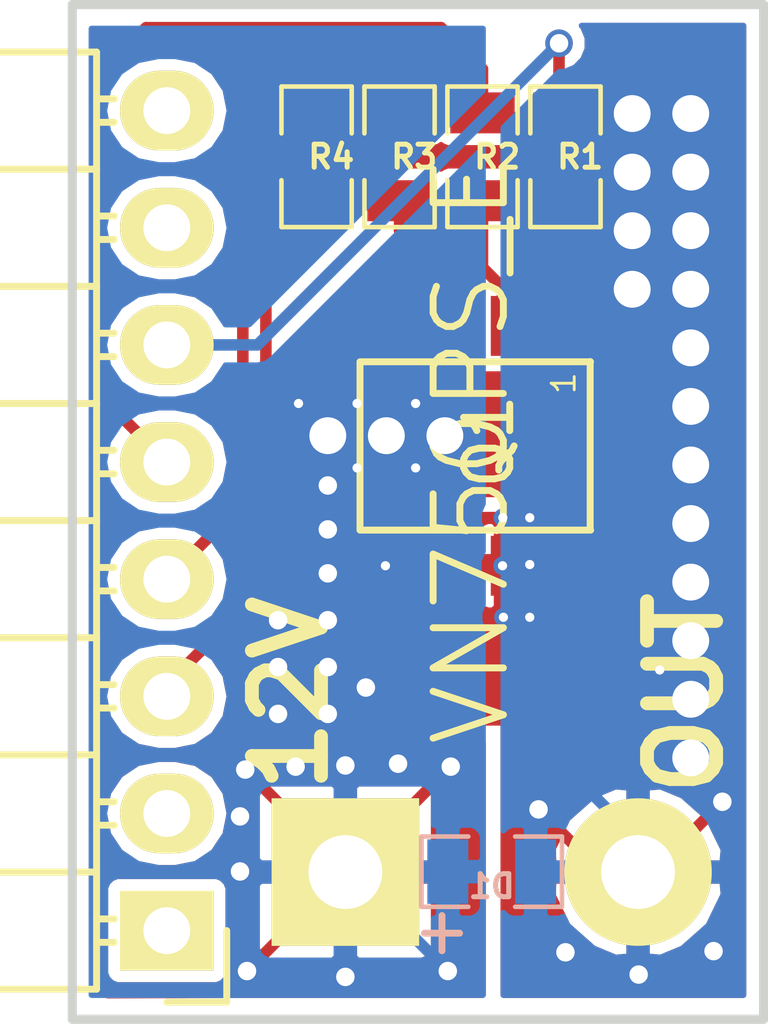
<source format=kicad_pcb>
(kicad_pcb (version 3) (host pcbnew "(2013-07-07 BZR 4022)-stable")

  (general
    (links 14)
    (no_connects 0)
    (area 143.615999 99.899999 170.890439 131.180111)
    (thickness 1.6)
    (drawings 6)
    (tracks 201)
    (zones 0)
    (modules 8)
    (nets 10)
  )

  (page A4)
  (layers
    (15 F.Cu signal hide)
    (2 In2.Cu signal)
    (1 In1.Cu signal)
    (0 B.Cu signal)
    (16 B.Adhes user)
    (17 F.Adhes user)
    (18 B.Paste user)
    (19 F.Paste user)
    (20 B.SilkS user)
    (21 F.SilkS user)
    (22 B.Mask user)
    (23 F.Mask user)
    (24 Dwgs.User user)
    (25 Cmts.User user)
    (26 Eco1.User user)
    (27 Eco2.User user)
    (28 Edge.Cuts user)
  )

  (setup
    (last_trace_width 0.25)
    (user_trace_width 0.3125)
    (user_trace_width 0.375)
    (user_trace_width 0.4375)
    (user_trace_width 0.5625)
    (user_trace_width 0.625)
    (user_trace_width 0.6875)
    (user_trace_width 0.75)
    (user_trace_width 0.8125)
    (user_trace_width 0.875)
    (user_trace_width 0.9375)
    (user_trace_width 1)
    (user_trace_width 1.6)
    (trace_clearance 0.2)
    (zone_clearance 0.254)
    (zone_45_only no)
    (trace_min 0.2)
    (segment_width 0.2)
    (edge_width 0.2)
    (via_size 0.6)
    (via_drill 0.4)
    (via_min_size 0.4)
    (via_min_drill 0.3)
    (user_via 0.4 0.2)
    (user_via 0.6 0.4)
    (user_via 0.8 0.6)
    (user_via 1 0.8)
    (uvia_size 0.3)
    (uvia_drill 0.1)
    (uvias_allowed no)
    (uvia_min_size 0.2)
    (uvia_min_drill 0.1)
    (pcb_text_width 0.3)
    (pcb_text_size 1.5 1.5)
    (mod_edge_width 0.15)
    (mod_text_size 1 1)
    (mod_text_width 0.15)
    (pad_size 1.5 1.5)
    (pad_drill 0.6)
    (pad_to_mask_clearance 0)
    (aux_axis_origin 0 0)
    (visible_elements 7FFFFFFF)
    (pcbplotparams
      (layerselection 3178497)
      (usegerberextensions true)
      (excludeedgelayer true)
      (linewidth 0.100000)
      (plotframeref false)
      (viasonmask false)
      (mode 1)
      (useauxorigin false)
      (hpglpennumber 1)
      (hpglpenspeed 20)
      (hpglpendiameter 15)
      (hpglpenoverlay 2)
      (psnegative false)
      (psa4output false)
      (plotreference true)
      (plotvalue true)
      (plotothertext true)
      (plotinvisibletext false)
      (padsonsilk true)
      (subtractmaskfromsilk false)
      (outputformat 1)
      (mirror false)
      (drillshape 0)
      (scaleselection 1)
      (outputdirectory Gerbers/))
  )

  (net 0 "")
  (net 1 +12V)
  (net 2 +5V)
  (net 3 GND)
  (net 4 "Net-(D1-Pad2)")
  (net 5 "Net-(P1-Pad4)")
  (net 6 "Net-(P1-Pad5)")
  (net 7 "Net-(Q1-Pad1)")
  (net 8 "Net-(Q1-Pad2)")
  (net 9 "Net-(Q1-Pad3)")

  (net_class Default "This is the default net class."
    (clearance 0.2)
    (trace_width 0.25)
    (via_dia 0.6)
    (via_drill 0.4)
    (uvia_dia 0.3)
    (uvia_drill 0.1)
    (add_net "")
    (add_net +12V)
    (add_net +5V)
    (add_net GND)
    (add_net "Net-(D1-Pad2)")
    (add_net "Net-(P1-Pad4)")
    (add_net "Net-(P1-Pad5)")
    (add_net "Net-(Q1-Pad1)")
    (add_net "Net-(Q1-Pad2)")
    (add_net "Net-(Q1-Pad3)")
  )

  (module VN750PS_E_Vertical:VN750PS-E (layer F.Cu) (tedit 55A9404C) (tstamp 55A7DC0D)
    (at 160.655 109.6645 270)
    (path /55A7C4D6)
    (fp_text reference Q1 (at -0.1905 -0.381 270) (layer F.SilkS)
      (effects (font (size 1 1) (thickness 0.15)))
    )
    (fp_text value VN750PS_E (at 0 0 270) (layer F.SilkS)
      (effects (font (size 1.524 1.524) (thickness 0.15)))
    )
    (fp_text user 1 (at -1.45542 -2.0066 270) (layer F.SilkS)
      (effects (font (size 0.5 0.5) (thickness 0.0625)))
    )
    (fp_line (start -1.92532 -2.58064) (end 1.72468 -2.58064) (layer F.SilkS) (width 0.15))
    (fp_line (start 1.72974 -2.5908) (end 1.72974 2.4092) (layer F.SilkS) (width 0.15))
    (fp_line (start -1.92024 2.413) (end 1.72976 2.413) (layer F.SilkS) (width 0.15))
    (fp_line (start -1.92024 -2.58826) (end -1.92024 2.41174) (layer F.SilkS) (width 0.15))
    (pad 1 smd rect (at -2.69772 -1.9491 180) (size 0.51 1.3)
      (layers F.Cu F.Paste F.Mask)
      (net 7 "Net-(Q1-Pad1)")
    )
    (pad 2 smd rect (at -2.69772 -0.6791 180) (size 0.51 1.3)
      (layers F.Cu F.Paste F.Mask)
      (net 8 "Net-(Q1-Pad2)")
    )
    (pad 3 smd rect (at -2.69772 0.5909 180) (size 0.51 1.3)
      (layers F.Cu F.Paste F.Mask)
      (net 9 "Net-(Q1-Pad3)")
    )
    (pad 4 smd rect (at -2.69772 1.8609 180) (size 0.51 1.3)
      (layers F.Cu F.Paste F.Mask)
    )
    (pad 5 smd rect (at 2.50228 1.8609 180) (size 0.51 1.3)
      (layers F.Cu F.Paste F.Mask)
      (net 1 +12V)
    )
    (pad 6 smd rect (at 2.50228 0.5909 180) (size 0.51 1.3)
      (layers F.Cu F.Paste F.Mask)
      (net 4 "Net-(D1-Pad2)")
    )
    (pad 7 smd rect (at 2.50228 -0.6791 180) (size 0.51 1.3)
      (layers F.Cu F.Paste F.Mask)
      (net 4 "Net-(D1-Pad2)")
    )
    (pad 8 smd rect (at 2.50228 -1.9491 180) (size 0.51 1.3)
      (layers F.Cu F.Paste F.Mask)
      (net 1 +12V)
    )
  )

  (module Pin_Headers:Pin_Header_Angled_1x08 (layer F.Cu) (tedit 568D4FBC) (tstamp 55A7E328)
    (at 154.051 120.0785 180)
    (descr "Through hole pin header")
    (tags "pin header")
    (path /55A7E2A2)
    (fp_text reference P1 (at 1.891 -10.7415 180) (layer F.SilkS) hide
      (effects (font (size 1 1) (thickness 0.15)))
    )
    (fp_text value CONN_01X08 (at 21.271 8.0985 180) (layer F.SilkS)
      (effects (font (size 1.524 1.524) (thickness 0.15)))
    )
    (fp_line (start -1.3 -1.55) (end -1.3 0) (layer F.SilkS) (width 0.15))
    (fp_line (start 0 -1.55) (end -1.3 -1.55) (layer F.SilkS) (width 0.15))
    (fp_line (start 4.191 -0.127) (end 10.033 -0.127) (layer F.SilkS) (width 0.15))
    (fp_line (start 10.033 -0.127) (end 10.033 0.127) (layer F.SilkS) (width 0.15))
    (fp_line (start 10.033 0.127) (end 4.191 0.127) (layer F.SilkS) (width 0.15))
    (fp_line (start 4.191 0.127) (end 4.191 0) (layer F.SilkS) (width 0.15))
    (fp_line (start 4.191 0) (end 10.033 0) (layer F.SilkS) (width 0.15))
    (fp_line (start 1.524 17.526) (end 1.143 17.526) (layer F.SilkS) (width 0.15))
    (fp_line (start 1.524 18.034) (end 1.143 18.034) (layer F.SilkS) (width 0.15))
    (fp_line (start 1.524 -0.254) (end 1.143 -0.254) (layer F.SilkS) (width 0.15))
    (fp_line (start 1.524 0.254) (end 1.143 0.254) (layer F.SilkS) (width 0.15))
    (fp_line (start 1.524 2.286) (end 1.143 2.286) (layer F.SilkS) (width 0.15))
    (fp_line (start 1.524 2.794) (end 1.143 2.794) (layer F.SilkS) (width 0.15))
    (fp_line (start 1.524 4.826) (end 1.143 4.826) (layer F.SilkS) (width 0.15))
    (fp_line (start 1.524 5.334) (end 1.143 5.334) (layer F.SilkS) (width 0.15))
    (fp_line (start 1.524 15.494) (end 1.143 15.494) (layer F.SilkS) (width 0.15))
    (fp_line (start 1.524 14.986) (end 1.143 14.986) (layer F.SilkS) (width 0.15))
    (fp_line (start 1.524 12.954) (end 1.143 12.954) (layer F.SilkS) (width 0.15))
    (fp_line (start 1.524 12.446) (end 1.143 12.446) (layer F.SilkS) (width 0.15))
    (fp_line (start 1.524 10.414) (end 1.143 10.414) (layer F.SilkS) (width 0.15))
    (fp_line (start 1.524 9.906) (end 1.143 9.906) (layer F.SilkS) (width 0.15))
    (fp_line (start 1.524 7.874) (end 1.143 7.874) (layer F.SilkS) (width 0.15))
    (fp_line (start 1.524 7.366) (end 1.143 7.366) (layer F.SilkS) (width 0.15))
    (fp_line (start 1.524 13.97) (end 4.064 13.97) (layer F.SilkS) (width 0.15))
    (fp_line (start 1.524 13.97) (end 1.524 16.51) (layer F.SilkS) (width 0.15))
    (fp_line (start 1.524 16.51) (end 4.064 16.51) (layer F.SilkS) (width 0.15))
    (fp_line (start 4.064 14.986) (end 10.16 14.986) (layer F.SilkS) (width 0.15))
    (fp_line (start 10.16 14.986) (end 10.16 15.494) (layer F.SilkS) (width 0.15))
    (fp_line (start 10.16 15.494) (end 4.064 15.494) (layer F.SilkS) (width 0.15))
    (fp_line (start 4.064 16.51) (end 4.064 13.97) (layer F.SilkS) (width 0.15))
    (fp_line (start 4.064 19.05) (end 4.064 16.51) (layer F.SilkS) (width 0.15))
    (fp_line (start 10.16 18.034) (end 4.064 18.034) (layer F.SilkS) (width 0.15))
    (fp_line (start 10.16 17.526) (end 10.16 18.034) (layer F.SilkS) (width 0.15))
    (fp_line (start 4.064 17.526) (end 10.16 17.526) (layer F.SilkS) (width 0.15))
    (fp_line (start 1.524 16.51) (end 1.524 19.05) (layer F.SilkS) (width 0.15))
    (fp_line (start 1.524 16.51) (end 4.064 16.51) (layer F.SilkS) (width 0.15))
    (fp_line (start 1.524 19.05) (end 4.064 19.05) (layer F.SilkS) (width 0.15))
    (fp_line (start 1.524 -1.27) (end 4.064 -1.27) (layer F.SilkS) (width 0.15))
    (fp_line (start 1.524 1.27) (end 4.064 1.27) (layer F.SilkS) (width 0.15))
    (fp_line (start 1.524 1.27) (end 1.524 3.81) (layer F.SilkS) (width 0.15))
    (fp_line (start 1.524 3.81) (end 4.064 3.81) (layer F.SilkS) (width 0.15))
    (fp_line (start 4.064 2.286) (end 10.16 2.286) (layer F.SilkS) (width 0.15))
    (fp_line (start 10.16 2.286) (end 10.16 2.794) (layer F.SilkS) (width 0.15))
    (fp_line (start 10.16 2.794) (end 4.064 2.794) (layer F.SilkS) (width 0.15))
    (fp_line (start 4.064 3.81) (end 4.064 1.27) (layer F.SilkS) (width 0.15))
    (fp_line (start 4.064 1.27) (end 4.064 -1.27) (layer F.SilkS) (width 0.15))
    (fp_line (start 10.16 0.254) (end 4.064 0.254) (layer F.SilkS) (width 0.15))
    (fp_line (start 10.16 -0.254) (end 10.16 0.254) (layer F.SilkS) (width 0.15))
    (fp_line (start 4.064 -0.254) (end 10.16 -0.254) (layer F.SilkS) (width 0.15))
    (fp_line (start 1.524 1.27) (end 4.064 1.27) (layer F.SilkS) (width 0.15))
    (fp_line (start 1.524 -1.27) (end 1.524 1.27) (layer F.SilkS) (width 0.15))
    (fp_line (start 1.524 8.89) (end 4.064 8.89) (layer F.SilkS) (width 0.15))
    (fp_line (start 1.524 8.89) (end 1.524 11.43) (layer F.SilkS) (width 0.15))
    (fp_line (start 1.524 11.43) (end 4.064 11.43) (layer F.SilkS) (width 0.15))
    (fp_line (start 4.064 9.906) (end 10.16 9.906) (layer F.SilkS) (width 0.15))
    (fp_line (start 10.16 9.906) (end 10.16 10.414) (layer F.SilkS) (width 0.15))
    (fp_line (start 10.16 10.414) (end 4.064 10.414) (layer F.SilkS) (width 0.15))
    (fp_line (start 4.064 11.43) (end 4.064 8.89) (layer F.SilkS) (width 0.15))
    (fp_line (start 4.064 13.97) (end 4.064 11.43) (layer F.SilkS) (width 0.15))
    (fp_line (start 10.16 12.954) (end 4.064 12.954) (layer F.SilkS) (width 0.15))
    (fp_line (start 10.16 12.446) (end 10.16 12.954) (layer F.SilkS) (width 0.15))
    (fp_line (start 4.064 12.446) (end 10.16 12.446) (layer F.SilkS) (width 0.15))
    (fp_line (start 1.524 13.97) (end 4.064 13.97) (layer F.SilkS) (width 0.15))
    (fp_line (start 1.524 11.43) (end 1.524 13.97) (layer F.SilkS) (width 0.15))
    (fp_line (start 1.524 11.43) (end 4.064 11.43) (layer F.SilkS) (width 0.15))
    (fp_line (start 1.524 6.35) (end 4.064 6.35) (layer F.SilkS) (width 0.15))
    (fp_line (start 1.524 6.35) (end 1.524 8.89) (layer F.SilkS) (width 0.15))
    (fp_line (start 1.524 8.89) (end 4.064 8.89) (layer F.SilkS) (width 0.15))
    (fp_line (start 4.064 7.366) (end 10.16 7.366) (layer F.SilkS) (width 0.15))
    (fp_line (start 10.16 7.366) (end 10.16 7.874) (layer F.SilkS) (width 0.15))
    (fp_line (start 10.16 7.874) (end 4.064 7.874) (layer F.SilkS) (width 0.15))
    (fp_line (start 4.064 8.89) (end 4.064 6.35) (layer F.SilkS) (width 0.15))
    (fp_line (start 4.064 6.35) (end 4.064 3.81) (layer F.SilkS) (width 0.15))
    (fp_line (start 10.16 5.334) (end 4.064 5.334) (layer F.SilkS) (width 0.15))
    (fp_line (start 10.16 4.826) (end 10.16 5.334) (layer F.SilkS) (width 0.15))
    (fp_line (start 4.064 4.826) (end 10.16 4.826) (layer F.SilkS) (width 0.15))
    (fp_line (start 1.524 6.35) (end 4.064 6.35) (layer F.SilkS) (width 0.15))
    (fp_line (start 1.524 3.81) (end 1.524 6.35) (layer F.SilkS) (width 0.15))
    (fp_line (start 1.524 3.81) (end 4.064 3.81) (layer F.SilkS) (width 0.15))
    (pad 1 thru_hole rect (at 0 0 180) (size 2.032 1.7272) (drill 1.016)
      (layers *.Cu *.Mask F.SilkS)
    )
    (pad 2 thru_hole oval (at 0 2.54 180) (size 2.032 1.7272) (drill 1.016)
      (layers *.Cu *.Mask F.SilkS)
    )
    (pad 3 thru_hole oval (at 0 5.08 180) (size 2.032 1.7272) (drill 1.016)
      (layers *.Cu *.Mask F.SilkS)
      (net 2 +5V)
    )
    (pad 4 thru_hole oval (at 0 7.62 180) (size 2.032 1.7272) (drill 1.016)
      (layers *.Cu *.Mask F.SilkS)
      (net 5 "Net-(P1-Pad4)")
    )
    (pad 5 thru_hole oval (at 0 10.16 180) (size 2.032 1.7272) (drill 1.016)
      (layers *.Cu *.Mask F.SilkS)
      (net 6 "Net-(P1-Pad5)")
    )
    (pad 6 thru_hole oval (at 0 12.7 180) (size 2.032 1.7272) (drill 1.016)
      (layers *.Cu *.Mask F.SilkS)
      (net 3 GND)
    )
    (pad 7 thru_hole oval (at 0 15.24 180) (size 2.032 1.7272) (drill 1.016)
      (layers *.Cu *.Mask F.SilkS)
    )
    (pad 8 thru_hole oval (at 0 17.78 180) (size 2.032 1.7272) (drill 1.016)
      (layers *.Cu *.Mask F.SilkS)
    )
    (model Pin_Headers.3dshapes/Pin_Header_Angled_1x08.wrl
      (at (xyz 0 -0.35 0))
      (scale (xyz 1 1 1))
      (rotate (xyz 0 0 90))
    )
  )

  (module VN750PS_E_Vertical:Pin_Header_Straight_25x02 (layer F.Cu) (tedit 568D4FC1) (tstamp 55A9325D)
    (at 157.9245 118.8085 90)
    (descr "Through hole pin header")
    (tags "pin header")
    (path /55A7CFB7)
    (fp_text reference P2 (at -11.8415 -3.1945 180) (layer F.SilkS) hide
      (effects (font (size 1 1) (thickness 0.15)))
    )
    (fp_text value CONN_01X02 (at -7.6115 -21.4545 90) (layer F.SilkS)
      (effects (font (size 1.524 1.524) (thickness 0.15)))
    )
    (pad 1 thru_hole rect (at 0 0 90) (size 3.2 3.2) (drill 1.6)
      (layers *.Cu *.Mask F.SilkS)
      (net 1 +12V)
    )
    (pad 2 thru_hole oval (at 0 6.35 90) (size 3.2 3.2) (drill 1.6)
      (layers *.Cu *.Mask F.SilkS)
      (net 4 "Net-(D1-Pad2)")
    )
    (model Pin_Headers.3dshapes/Pin_Header_Straight_1x02.wrl
      (at (xyz 0 -0.05 0))
      (scale (xyz 1 1 1))
      (rotate (xyz 0 0 90))
    )
  )

  (module RES_0805 (layer F.Cu) (tedit 568D403F) (tstamp 568D4578)
    (at 162.7 103.3 270)
    (path /55A7C95A)
    (attr smd)
    (fp_text reference R1 (at 0 -0.3175 360) (layer F.SilkS)
      (effects (font (size 0.50038 0.50038) (thickness 0.10922)))
    )
    (fp_text value 130 (at 0 0.381 270) (layer F.SilkS) hide
      (effects (font (size 0.50038 0.50038) (thickness 0.10922)))
    )
    (fp_line (start -0.508 0.762) (end -1.524 0.762) (layer F.SilkS) (width 0.09906))
    (fp_line (start -1.524 0.762) (end -1.524 -0.762) (layer F.SilkS) (width 0.09906))
    (fp_line (start -1.524 -0.762) (end -0.508 -0.762) (layer F.SilkS) (width 0.09906))
    (fp_line (start 0.508 -0.762) (end 1.524 -0.762) (layer F.SilkS) (width 0.09906))
    (fp_line (start 1.524 -0.762) (end 1.524 0.762) (layer F.SilkS) (width 0.09906))
    (fp_line (start 1.524 0.762) (end 0.508 0.762) (layer F.SilkS) (width 0.09906))
    (pad 1 smd rect (at -0.9525 0 270) (size 0.889 1.397)
      (layers F.Cu F.Paste F.Mask)
      (net 3 GND)
    )
    (pad 2 smd rect (at 0.9525 0 270) (size 0.889 1.397)
      (layers F.Cu F.Paste F.Mask)
      (net 7 "Net-(Q1-Pad1)")
    )
    (model smd/chip_cms.wrl
      (at (xyz 0 0 0))
      (scale (xyz 0.1 0.1 0.1))
      (rotate (xyz 0 0 0))
    )
  )

  (module RES_0805 (layer F.Cu) (tedit 568D403F) (tstamp 568D4584)
    (at 160.9 103.3 270)
    (path /55A7C9E2)
    (attr smd)
    (fp_text reference R2 (at 0 -0.3175 360) (layer F.SilkS)
      (effects (font (size 0.50038 0.50038) (thickness 0.10922)))
    )
    (fp_text value 10k (at 0 0.381 270) (layer F.SilkS) hide
      (effects (font (size 0.50038 0.50038) (thickness 0.10922)))
    )
    (fp_line (start -0.508 0.762) (end -1.524 0.762) (layer F.SilkS) (width 0.09906))
    (fp_line (start -1.524 0.762) (end -1.524 -0.762) (layer F.SilkS) (width 0.09906))
    (fp_line (start -1.524 -0.762) (end -0.508 -0.762) (layer F.SilkS) (width 0.09906))
    (fp_line (start 0.508 -0.762) (end 1.524 -0.762) (layer F.SilkS) (width 0.09906))
    (fp_line (start 1.524 -0.762) (end 1.524 0.762) (layer F.SilkS) (width 0.09906))
    (fp_line (start 1.524 0.762) (end 0.508 0.762) (layer F.SilkS) (width 0.09906))
    (pad 1 smd rect (at -0.9525 0 270) (size 0.889 1.397)
      (layers F.Cu F.Paste F.Mask)
      (net 6 "Net-(P1-Pad5)")
    )
    (pad 2 smd rect (at 0.9525 0 270) (size 0.889 1.397)
      (layers F.Cu F.Paste F.Mask)
      (net 8 "Net-(Q1-Pad2)")
    )
    (model smd/chip_cms.wrl
      (at (xyz 0 0 0))
      (scale (xyz 0.1 0.1 0.1))
      (rotate (xyz 0 0 0))
    )
  )

  (module RES_0805 (layer F.Cu) (tedit 568D403F) (tstamp 568D4B45)
    (at 159.1 103.3 270)
    (path /55A7CA15)
    (attr smd)
    (fp_text reference R3 (at 0 -0.3175 360) (layer F.SilkS)
      (effects (font (size 0.50038 0.50038) (thickness 0.10922)))
    )
    (fp_text value 10k (at 0 0.381 270) (layer F.SilkS) hide
      (effects (font (size 0.50038 0.50038) (thickness 0.10922)))
    )
    (fp_line (start -0.508 0.762) (end -1.524 0.762) (layer F.SilkS) (width 0.09906))
    (fp_line (start -1.524 0.762) (end -1.524 -0.762) (layer F.SilkS) (width 0.09906))
    (fp_line (start -1.524 -0.762) (end -0.508 -0.762) (layer F.SilkS) (width 0.09906))
    (fp_line (start 0.508 -0.762) (end 1.524 -0.762) (layer F.SilkS) (width 0.09906))
    (fp_line (start 1.524 -0.762) (end 1.524 0.762) (layer F.SilkS) (width 0.09906))
    (fp_line (start 1.524 0.762) (end 0.508 0.762) (layer F.SilkS) (width 0.09906))
    (pad 1 smd rect (at -0.9525 0 270) (size 0.889 1.397)
      (layers F.Cu F.Paste F.Mask)
      (net 5 "Net-(P1-Pad4)")
    )
    (pad 2 smd rect (at 0.9525 0 270) (size 0.889 1.397)
      (layers F.Cu F.Paste F.Mask)
      (net 9 "Net-(Q1-Pad3)")
    )
    (model smd/chip_cms.wrl
      (at (xyz 0 0 0))
      (scale (xyz 0.1 0.1 0.1))
      (rotate (xyz 0 0 0))
    )
  )

  (module RES_0805 (layer F.Cu) (tedit 568D403F) (tstamp 568D4B52)
    (at 157.3 103.3 270)
    (path /55A7CA70)
    (attr smd)
    (fp_text reference R4 (at 0 -0.3175 360) (layer F.SilkS)
      (effects (font (size 0.50038 0.50038) (thickness 0.10922)))
    )
    (fp_text value 10k (at 0 0.381 270) (layer F.SilkS) hide
      (effects (font (size 0.50038 0.50038) (thickness 0.10922)))
    )
    (fp_line (start -0.508 0.762) (end -1.524 0.762) (layer F.SilkS) (width 0.09906))
    (fp_line (start -1.524 0.762) (end -1.524 -0.762) (layer F.SilkS) (width 0.09906))
    (fp_line (start -1.524 -0.762) (end -0.508 -0.762) (layer F.SilkS) (width 0.09906))
    (fp_line (start 0.508 -0.762) (end 1.524 -0.762) (layer F.SilkS) (width 0.09906))
    (fp_line (start 1.524 -0.762) (end 1.524 0.762) (layer F.SilkS) (width 0.09906))
    (fp_line (start 1.524 0.762) (end 0.508 0.762) (layer F.SilkS) (width 0.09906))
    (pad 1 smd rect (at -0.9525 0 270) (size 0.889 1.397)
      (layers F.Cu F.Paste F.Mask)
      (net 2 +5V)
    )
    (pad 2 smd rect (at 0.9525 0 270) (size 0.889 1.397)
      (layers F.Cu F.Paste F.Mask)
      (net 9 "Net-(Q1-Pad3)")
    )
    (model smd/chip_cms.wrl
      (at (xyz 0 0 0))
      (scale (xyz 0.1 0.1 0.1))
      (rotate (xyz 0 0 0))
    )
  )

  (module SM0805-diode (layer B.Cu) (tedit 5388888B) (tstamp 568D45CC)
    (at 161.1 118.8)
    (path /55A7C862)
    (attr smd)
    (fp_text reference D1 (at 0 0.3175) (layer B.SilkS)
      (effects (font (size 0.50038 0.50038) (thickness 0.10922)) (justify mirror))
    )
    (fp_text value D (at 0 -0.381) (layer B.SilkS) hide
      (effects (font (size 0.50038 0.50038) (thickness 0.10922)) (justify mirror))
    )
    (fp_line (start -1.4605 1.3335) (end -0.6985 1.3335) (layer B.SilkS) (width 0.15))
    (fp_line (start -1.0795 0.9525) (end -1.0795 1.7145) (layer B.SilkS) (width 0.15))
    (fp_line (start -0.508 -0.762) (end -1.524 -0.762) (layer B.SilkS) (width 0.09906))
    (fp_line (start -1.524 -0.762) (end -1.524 0.762) (layer B.SilkS) (width 0.09906))
    (fp_line (start -1.524 0.762) (end -0.508 0.762) (layer B.SilkS) (width 0.09906))
    (fp_line (start 0.508 0.762) (end 1.524 0.762) (layer B.SilkS) (width 0.09906))
    (fp_line (start 1.524 0.762) (end 1.524 -0.762) (layer B.SilkS) (width 0.09906))
    (fp_line (start 1.524 -0.762) (end 0.508 -0.762) (layer B.SilkS) (width 0.09906))
    (pad 1 smd rect (at -0.9525 0) (size 0.889 1.397)
      (layers B.Cu B.Paste B.Mask)
      (net 1 +12V)
    )
    (pad 2 smd rect (at 0.9525 0) (size 0.889 1.397)
      (layers B.Cu B.Paste B.Mask)
      (net 4 "Net-(D1-Pad2)")
    )
    (model smd/chip_cms.wrl
      (at (xyz 0 0 0))
      (scale (xyz 0.1 0.1 0.1))
      (rotate (xyz 0 0 0))
    )
  )

  (gr_text OUT (at 165.2905 114.935 90) (layer F.SilkS)
    (effects (font (size 1.5 1.5) (thickness 0.3)))
  )
  (gr_text 12V (at 156.718 114.935 90) (layer F.SilkS)
    (effects (font (size 1.5 1.5) (thickness 0.3)))
  )
  (gr_line (start 167 122) (end 167 100) (angle 90) (layer Edge.Cuts) (width 0.2) (tstamp 55A7DF94))
  (gr_line (start 152 122) (end 167 122) (angle 90) (layer Edge.Cuts) (width 0.2) (tstamp 55A7DF71))
  (gr_line (start 152 100) (end 167 100) (angle 90) (layer Edge.Cuts) (width 0.2))
  (gr_line (start 152 122) (end 152 100) (angle 90) (layer Edge.Cuts) (width 0.2))

  (segment (start 162.6235 116.1415) (end 162.2425 116.1415) (width 0.25) (layer F.Cu) (net 0))
  (segment (start 162.2425 116.1415) (end 161.798 116.586) (width 0.25) (layer F.Cu) (net 0) (tstamp 55A94DDB))
  (segment (start 162.6235 114.78932) (end 163.84868 114.78932) (width 0.25) (layer F.Cu) (net 0))
  (segment (start 163.84868 114.78932) (end 163.8935 114.7445) (width 0.25) (layer F.Cu) (net 0) (tstamp 55A94D9A))
  (segment (start 162.6235 114.78932) (end 162.6235 114.808) (width 0.25) (layer F.Cu) (net 0) (tstamp 55A94C2F))
  (segment (start 162.6235 114.808) (end 162.6235 113.8809) (width 0.25) (layer F.Cu) (net 0))
  (segment (start 162.6235 113.8809) (end 162.6362 113.8682) (width 0.25) (layer F.Cu) (net 0) (tstamp 55A949C4))
  (segment (start 160.1475 118.8) (end 157.933 118.8) (width 0.25) (layer B.Cu) (net 1))
  (segment (start 157.933 118.8) (end 157.9245 118.8085) (width 0.25) (layer B.Cu) (net 1) (tstamp 568D4D38))
  (segment (start 155.6385 117.602) (end 155.6385 118.7958) (width 0.25) (layer B.Cu) (net 1))
  (segment (start 155.6512 118.8085) (end 155.6385 118.7958) (width 0.25) (layer B.Cu) (net 1) (tstamp 55A94BC8))
  (via (at 155.6385 118.7958) (size 0.6) (drill 0.4) (layers F.Cu B.Cu) (net 1))
  (segment (start 155.6512 118.8085) (end 157.9245 118.8085) (width 0.25) (layer B.Cu) (net 1))
  (via (at 155.6385 117.602) (size 0.6) (drill 0.4) (layers F.Cu B.Cu) (net 1))
  (segment (start 160.2486 118.8085) (end 160.2486 117.7036) (width 0.25) (layer F.Cu) (net 1))
  (segment (start 157.9245 118.8085) (end 160.2486 118.8085) (width 0.25) (layer F.Cu) (net 1))
  (segment (start 160.2486 117.7036) (end 160.2105 117.6655) (width 0.25) (layer F.Cu) (net 1) (tstamp 55A94DFC))
  (segment (start 157.9245 116.4971) (end 156.8704 116.4971) (width 0.25) (layer B.Cu) (net 1))
  (via (at 157.9245 116.4971) (size 0.6) (drill 0.4) (layers F.Cu B.Cu) (net 1))
  (via (at 156.845 116.5225) (size 0.6) (drill 0.4) (layers F.Cu B.Cu) (net 1))
  (segment (start 156.8704 116.4971) (end 156.845 116.5225) (width 0.25) (layer B.Cu) (net 1) (tstamp 55A94D45))
  (segment (start 157.9245 118.8085) (end 160.2105 116.5225) (width 0.25) (layer F.Cu) (net 1))
  (via (at 160.2105 116.5225) (size 0.6) (drill 0.4) (layers F.Cu B.Cu) (net 1))
  (segment (start 157.9245 116.4971) (end 159.0294 116.4971) (width 0.25) (layer B.Cu) (net 1))
  (segment (start 157.9245 118.8085) (end 157.9245 116.4971) (width 0.25) (layer B.Cu) (net 1))
  (via (at 159.0675 116.459) (size 0.6) (drill 0.4) (layers F.Cu B.Cu) (net 1))
  (segment (start 159.0294 116.4971) (end 159.0675 116.459) (width 0.25) (layer B.Cu) (net 1) (tstamp 55A94D1C))
  (segment (start 157.5435 114.3635) (end 157.9245 114.3635) (width 0.25) (layer F.Cu) (net 1))
  (segment (start 158.369 114.808) (end 158.38768 114.78932) (width 0.25) (layer B.Cu) (net 1) (tstamp 55A94D10))
  (via (at 158.369 114.808) (size 0.6) (drill 0.4) (layers F.Cu B.Cu) (net 1))
  (segment (start 157.9245 114.3635) (end 158.369 114.808) (width 0.25) (layer F.Cu) (net 1) (tstamp 55A94D0A))
  (segment (start 158.38768 114.78932) (end 159.14888 114.78932) (width 0.25) (layer B.Cu) (net 1) (tstamp 55A94D11))
  (segment (start 156.464 115.3795) (end 157.5435 115.3795) (width 0.25) (layer B.Cu) (net 1))
  (via (at 157.5435 115.3795) (size 0.6) (drill 0.4) (layers F.Cu B.Cu) (net 1))
  (segment (start 157.5435 115.3795) (end 157.5435 114.3635) (width 0.25) (layer F.Cu) (net 1))
  (via (at 156.464 115.3795) (size 0.6) (drill 0.4) (layers F.Cu B.Cu) (net 1))
  (segment (start 156.464 113.3475) (end 156.464 114.3635) (width 0.25) (layer F.Cu) (net 1))
  (via (at 156.464 114.3635) (size 0.6) (drill 0.4) (layers F.Cu B.Cu) (net 1))
  (segment (start 156.464 114.3635) (end 157.5435 114.3635) (width 0.25) (layer F.Cu) (net 1))
  (via (at 156.464 113.3475) (size 0.6) (drill 0.4) (layers F.Cu B.Cu) (net 1))
  (segment (start 157.5435 113.3475) (end 157.5435 114.3635) (width 0.25) (layer B.Cu) (net 1))
  (via (at 157.5435 114.3635) (size 0.6) (drill 0.4) (layers F.Cu B.Cu) (net 1))
  (segment (start 157.9245 118.8085) (end 157.9245 118.8212) (width 0.25) (layer F.Cu) (net 1))
  (segment (start 157.9245 118.8212) (end 155.7909 120.9548) (width 0.25) (layer F.Cu) (net 1) (tstamp 55A94C07))
  (via (at 155.7909 120.9548) (size 0.6) (drill 0.4) (layers F.Cu B.Cu) (net 1))
  (segment (start 157.9245 118.8085) (end 158.0007 118.8085) (width 0.25) (layer B.Cu) (net 1))
  (segment (start 158.0007 118.8085) (end 160.147 120.9548) (width 0.25) (layer B.Cu) (net 1) (tstamp 55A94BFA))
  (via (at 160.147 120.9548) (size 0.6) (drill 0.4) (layers F.Cu B.Cu) (net 1))
  (segment (start 157.9245 118.8085) (end 157.9245 118.7577) (width 0.25) (layer F.Cu) (net 1))
  (segment (start 157.9245 118.7577) (end 155.7528 116.586) (width 0.25) (layer F.Cu) (net 1) (tstamp 55A94BF2))
  (via (at 155.7528 116.586) (size 0.6) (drill 0.4) (layers F.Cu B.Cu) (net 1))
  (segment (start 157.9245 118.8085) (end 157.9245 121.0818) (width 0.25) (layer F.Cu) (net 1))
  (segment (start 157.9245 121.0818) (end 157.9245 121.0945) (width 0.25) (layer B.Cu) (net 1) (tstamp 55A94BE0))
  (via (at 157.9245 121.0818) (size 0.6) (drill 0.4) (layers F.Cu B.Cu) (net 1))
  (segment (start 158.1785 108.6485) (end 158.1785 110.0455) (width 0.25) (layer F.Cu) (net 1))
  (via (at 158.1785 108.6485) (size 0.4) (drill 0.2) (layers F.Cu B.Cu) (net 1))
  (via (at 158.1785 110.0455) (size 0.4) (drill 0.2) (layers F.Cu B.Cu) (net 1))
  (segment (start 156.9085 108.6485) (end 158.1785 108.6485) (width 0.25) (layer F.Cu) (net 1))
  (segment (start 158.1785 109.347) (end 158.1785 108.6485) (width 0.25) (layer F.Cu) (net 1) (tstamp 55A94667))
  (via (at 158.8135 109.347) (size 1) (drill 0.8) (layers F.Cu B.Cu) (net 1))
  (segment (start 158.1785 109.347) (end 158.8135 109.347) (width 0.25) (layer F.Cu) (net 1))
  (via (at 156.9085 108.6485) (size 0.4) (drill 0.2) (layers F.Cu B.Cu) (net 1))
  (segment (start 159.4485 108.6485) (end 159.4485 110.0455) (width 0.25) (layer F.Cu) (net 1))
  (segment (start 159.4485 109.347) (end 159.4485 110.0455) (width 0.25) (layer F.Cu) (net 1) (tstamp 55A94646))
  (via (at 159.4485 110.0455) (size 0.4) (drill 0.2) (layers F.Cu B.Cu) (net 1))
  (segment (start 160.0835 109.347) (end 158.8135 109.347) (width 0.25) (layer F.Cu) (net 1))
  (via (at 160.0835 109.347) (size 1) (drill 0.8) (layers F.Cu B.Cu) (net 1))
  (segment (start 160.0835 109.347) (end 159.4485 109.347) (width 0.25) (layer F.Cu) (net 1))
  (via (at 159.4485 108.6485) (size 0.4) (drill 0.2) (layers F.Cu B.Cu) (net 1))
  (via (at 158.7941 112.16678) (size 0.4) (drill 0.2) (layers F.Cu B.Cu) (net 1))
  (segment (start 158.7941 109.3664) (end 158.7941 112.16678) (width 0.25) (layer F.Cu) (net 1))
  (segment (start 158.8135 109.347) (end 158.7941 109.3664) (width 0.25) (layer F.Cu) (net 1) (tstamp 55A942CA))
  (segment (start 158.8135 112.14738) (end 158.8135 112.141) (width 0.25) (layer B.Cu) (net 1) (tstamp 55A945D5))
  (segment (start 158.7941 112.16678) (end 158.8135 112.14738) (width 0.25) (layer B.Cu) (net 1) (tstamp 55A945D4))
  (segment (start 157.5435 112.3315) (end 157.5435 113.3475) (width 0.25) (layer B.Cu) (net 1))
  (via (at 157.5435 112.3315) (size 0.6) (drill 0.4) (layers F.Cu B.Cu) (net 1))
  (via (at 157.5435 111.379) (size 0.6) (drill 0.4) (layers F.Cu B.Cu) (net 1))
  (segment (start 156.591 115.443) (end 156.591 113.919) (width 0.25) (layer F.Cu) (net 1))
  (segment (start 157.5435 114.3635) (end 157.5435 114.4905) (width 0.25) (layer F.Cu) (net 1) (tstamp 55A94C9D))
  (segment (start 157.5435 109.347) (end 157.5435 113.3475) (width 0.25) (layer F.Cu) (net 1))
  (via (at 157.5435 109.347) (size 1) (drill 0.8) (layers F.Cu B.Cu) (net 1))
  (segment (start 158.8135 109.347) (end 157.5435 109.347) (width 0.25) (layer F.Cu) (net 1))
  (segment (start 157.5435 114.4905) (end 156.591 115.443) (width 0.25) (layer F.Cu) (net 1) (tstamp 55A944CB))
  (via (at 157.5435 110.4265) (size 0.6) (drill 0.4) (layers F.Cu B.Cu) (net 1))
  (segment (start 157.5435 112.9665) (end 157.5435 110.4265) (width 0.25) (layer F.Cu) (net 1) (tstamp 55A9452B))
  (segment (start 156.591 113.919) (end 157.5435 112.9665) (width 0.25) (layer F.Cu) (net 1) (tstamp 55A94510))
  (segment (start 157.5435 111.379) (end 157.5435 110.4265) (width 0.25) (layer F.Cu) (net 1))
  (segment (start 157.5435 112.3315) (end 157.5435 111.379) (width 0.25) (layer F.Cu) (net 1))
  (via (at 157.5435 113.3475) (size 0.6) (drill 0.4) (layers F.Cu B.Cu) (net 1))
  (segment (start 154.051 114.9985) (end 154.051 114.749) (width 0.25) (layer F.Cu) (net 2))
  (segment (start 156.2 103.4475) (end 157.3 102.3475) (width 0.25) (layer F.Cu) (net 2) (tstamp 568D4C45))
  (segment (start 156.2 112.6) (end 156.2 103.4475) (width 0.25) (layer F.Cu) (net 2) (tstamp 568D4C43))
  (segment (start 154.051 114.749) (end 156.2 112.6) (width 0.25) (layer F.Cu) (net 2) (tstamp 568D4C42))
  (segment (start 154.051 114.9985) (end 154.2415 114.9985) (width 0.25) (layer F.Cu) (net 2))
  (segment (start 162.56 100.838) (end 162.56 102.2075) (width 0.25) (layer F.Cu) (net 3))
  (segment (start 162.56 102.2075) (end 162.7 102.3475) (width 0.25) (layer F.Cu) (net 3) (tstamp 568D4CB4))
  (segment (start 154.051 107.3785) (end 156.0195 107.3785) (width 0.25) (layer B.Cu) (net 3))
  (segment (start 156.0195 107.3785) (end 162.56 100.838) (width 0.25) (layer B.Cu) (net 3) (tstamp 55A93800))
  (via (at 162.56 100.838) (size 0.6) (drill 0.4) (layers F.Cu B.Cu) (net 3))
  (segment (start 162.56 100.838) (end 162.433 100.965) (width 0.25) (layer F.Cu) (net 3) (tstamp 55A93807))
  (segment (start 154.051 107.3785) (end 154.1575 107.3785) (width 0.25) (layer F.Cu) (net 3))
  (segment (start 162.0525 118.8) (end 164.266 118.8) (width 0.25) (layer B.Cu) (net 4))
  (segment (start 164.266 118.8) (end 164.2745 118.8085) (width 0.25) (layer B.Cu) (net 4) (tstamp 568D4D3A))
  (segment (start 164.2745 118.8085) (end 164.2745 118.11) (width 0.25) (layer B.Cu) (net 4))
  (segment (start 164.2745 118.11) (end 163.0045 116.84) (width 0.25) (layer B.Cu) (net 4) (tstamp 55A94DD1))
  (via (at 165.4175 115.062) (size 1) (drill 0.8) (layers F.Cu B.Cu) (net 4))
  (segment (start 165.4175 115.062) (end 165.4175 113.792) (width 0.25) (layer F.Cu) (net 4))
  (via (at 165.4175 113.792) (size 1) (drill 0.8) (layers F.Cu B.Cu) (net 4))
  (via (at 165.4175 116.332) (size 1) (drill 0.8) (layers F.Cu B.Cu) (net 4))
  (segment (start 165.4175 116.332) (end 165.4175 115.062) (width 0.25) (layer F.Cu) (net 4))
  (segment (start 165.4048 115.697) (end 164.719 115.697) (width 0.25) (layer F.Cu) (net 4) (tstamp 55A947C9))
  (segment (start 165.4175 115.6843) (end 165.4048 115.697) (width 0.25) (layer F.Cu) (net 4) (tstamp 55A947C4))
  (segment (start 165.4175 115.6843) (end 165.4175 115.062) (width 0.25) (layer F.Cu) (net 4))
  (segment (start 165.4175 113.792) (end 165.4175 114.0587) (width 0.25) (layer F.Cu) (net 4))
  (segment (start 165.4175 114.0587) (end 165.0492 114.427) (width 0.25) (layer F.Cu) (net 4) (tstamp 55A94798))
  (segment (start 165.0492 114.427) (end 164.7444 114.427) (width 0.25) (layer F.Cu) (net 4) (tstamp 55A947A5))
  (via (at 164.7444 114.427) (size 0.4) (drill 0.2) (layers F.Cu B.Cu) (net 4))
  (segment (start 164.2745 118.8085) (end 164.5793 118.8085) (width 0.25) (layer F.Cu) (net 4))
  (segment (start 164.5793 118.8085) (end 166.1033 117.2845) (width 0.25) (layer F.Cu) (net 4) (tstamp 55A94B72))
  (via (at 166.1033 117.2845) (size 0.6) (drill 0.4) (layers F.Cu B.Cu) (net 4))
  (segment (start 164.2872 121.031) (end 165.4048 121.031) (width 0.25) (layer B.Cu) (net 4))
  (via (at 165.9128 120.523) (size 0.6) (drill 0.4) (layers F.Cu B.Cu) (net 4))
  (segment (start 165.4048 121.031) (end 165.9128 120.523) (width 0.25) (layer B.Cu) (net 4) (tstamp 55A94B66))
  (segment (start 164.2872 121.031) (end 163.1823 121.031) (width 0.25) (layer F.Cu) (net 4))
  (segment (start 164.2745 121.0183) (end 164.2872 121.031) (width 0.25) (layer B.Cu) (net 4) (tstamp 55A94B4C))
  (via (at 164.2872 121.031) (size 0.6) (drill 0.4) (layers F.Cu B.Cu) (net 4))
  (segment (start 164.2745 118.8085) (end 164.2745 121.0183) (width 0.25) (layer B.Cu) (net 4))
  (via (at 162.6997 120.5484) (size 0.6) (drill 0.4) (layers F.Cu B.Cu) (net 4))
  (segment (start 163.1823 121.031) (end 162.6997 120.5484) (width 0.25) (layer F.Cu) (net 4) (tstamp 55A94B5B))
  (segment (start 164.2745 118.8085) (end 163.4744 118.8085) (width 0.25) (layer F.Cu) (net 4))
  (segment (start 163.4744 118.8085) (end 162.1155 117.4496) (width 0.25) (layer F.Cu) (net 4) (tstamp 55A94B17))
  (segment (start 162.0266 117.5385) (end 162.0266 118.8212) (width 0.25) (layer B.Cu) (net 4) (tstamp 55A94B29))
  (segment (start 162.1155 117.4496) (end 162.0266 117.5385) (width 0.25) (layer B.Cu) (net 4) (tstamp 55A94B28))
  (via (at 162.1155 117.4496) (size 0.6) (drill 0.4) (layers F.Cu B.Cu) (net 4))
  (segment (start 161.3408 111.125) (end 161.925 111.125) (width 0.25) (layer F.Cu) (net 4))
  (via (at 161.925 111.125) (size 0.4) (drill 0.2) (layers F.Cu B.Cu) (net 4))
  (segment (start 161.925 111.125) (end 161.925 112.141) (width 0.25) (layer F.Cu) (net 4))
  (via (at 161.925 112.141) (size 0.4) (drill 0.2) (layers F.Cu B.Cu) (net 4))
  (via (at 161.3408 111.125) (size 0.4) (drill 0.2) (layers F.Cu B.Cu) (net 4))
  (segment (start 161.3341 112.16678) (end 161.3341 113.2646) (width 0.25) (layer F.Cu) (net 4))
  (via (at 161.3535 113.284) (size 0.4) (drill 0.2) (layers F.Cu B.Cu) (net 4))
  (segment (start 161.3341 113.2646) (end 161.3535 113.284) (width 0.25) (layer F.Cu) (net 4) (tstamp 55A94730))
  (via (at 161.925 113.284) (size 0.4) (drill 0.2) (layers F.Cu B.Cu) (net 4))
  (segment (start 161.925 113.284) (end 161.925 112.141) (width 0.25) (layer F.Cu) (net 4))
  (segment (start 161.89922 112.16678) (end 161.925 112.141) (width 0.25) (layer F.Cu) (net 4) (tstamp 55A946CC))
  (segment (start 161.89922 112.16678) (end 161.3341 112.16678) (width 0.25) (layer F.Cu) (net 4))
  (via (at 161.3341 112.16678) (size 0.4) (drill 0.2) (layers F.Cu B.Cu) (net 4))
  (segment (start 161.29 112.141) (end 161.30832 112.141) (width 0.25) (layer B.Cu) (net 4) (tstamp 55A945FA))
  (segment (start 161.30832 112.141) (end 161.3341 112.16678) (width 0.25) (layer B.Cu) (net 4) (tstamp 55A945F9))
  (segment (start 165.4175 113.792) (end 165.4175 112.522) (width 0.25) (layer F.Cu) (net 4))
  (via (at 165.4175 112.522) (size 1) (drill 0.8) (layers F.Cu B.Cu) (net 4))
  (segment (start 164.1475 102.362) (end 165.4175 102.362) (width 0.25) (layer F.Cu) (net 4))
  (via (at 165.4175 102.362) (size 1) (drill 0.8) (layers F.Cu B.Cu) (net 4))
  (via (at 165.4175 103.632) (size 1) (drill 0.8) (layers F.Cu B.Cu) (net 4))
  (segment (start 165.4175 102.362) (end 165.4175 103.632) (width 0.25) (layer F.Cu) (net 4))
  (via (at 164.1475 102.362) (size 1) (drill 0.8) (layers F.Cu B.Cu) (net 4))
  (segment (start 164.1475 103.632) (end 165.4175 103.632) (width 0.25) (layer F.Cu) (net 4))
  (segment (start 165.4175 103.632) (end 165.4175 104.902) (width 0.25) (layer F.Cu) (net 4))
  (via (at 165.4175 104.902) (size 1) (drill 0.8) (layers F.Cu B.Cu) (net 4))
  (via (at 164.1475 103.632) (size 1) (drill 0.8) (layers F.Cu B.Cu) (net 4))
  (segment (start 165.4175 104.902) (end 164.1475 104.902) (width 0.25) (layer F.Cu) (net 4))
  (via (at 164.1475 104.902) (size 1) (drill 0.8) (layers F.Cu B.Cu) (net 4))
  (segment (start 165.4175 106.172) (end 164.1475 106.172) (width 0.25) (layer F.Cu) (net 4))
  (via (at 165.4175 106.172) (size 1) (drill 0.8) (layers F.Cu B.Cu) (net 4))
  (via (at 164.1475 106.172) (size 1) (drill 0.8) (layers F.Cu B.Cu) (net 4))
  (segment (start 165.4175 106.172) (end 165.4175 107.442) (width 0.25) (layer F.Cu) (net 4))
  (via (at 165.4175 107.442) (size 1) (drill 0.8) (layers F.Cu B.Cu) (net 4))
  (segment (start 165.4175 108.712) (end 165.4175 109.982) (width 0.25) (layer F.Cu) (net 4))
  (via (at 165.4175 109.982) (size 1) (drill 0.8) (layers F.Cu B.Cu) (net 4))
  (segment (start 165.4175 111.252) (end 165.4175 112.522) (width 0.25) (layer F.Cu) (net 4))
  (segment (start 164.2745 115.5065) (end 165.4175 114.3635) (width 0.25) (layer F.Cu) (net 4) (tstamp 55A9437D))
  (segment (start 164.2745 115.5065) (end 164.2745 118.8085) (width 0.25) (layer F.Cu) (net 4))
  (segment (start 165.4175 114.3635) (end 165.4175 112.522) (width 0.25) (layer F.Cu) (net 4) (tstamp 55A94381))
  (via (at 165.4175 111.252) (size 1) (drill 0.8) (layers F.Cu B.Cu) (net 4))
  (segment (start 165.4175 109.982) (end 165.4175 111.252) (width 0.25) (layer F.Cu) (net 4))
  (via (at 165.4175 108.712) (size 1) (drill 0.8) (layers F.Cu B.Cu) (net 4))
  (segment (start 165.4175 107.442) (end 165.4175 108.712) (width 0.25) (layer F.Cu) (net 4))
  (segment (start 165.4175 104.902) (end 165.4175 106.172) (width 0.25) (layer F.Cu) (net 4))
  (segment (start 164.2745 118.8085) (end 164.211 118.8085) (width 0.25) (layer F.Cu) (net 4))
  (segment (start 159.1 102.3475) (end 159.1 101.6) (width 0.25) (layer F.Cu) (net 5))
  (segment (start 155.7 110.8095) (end 154.051 112.4585) (width 0.25) (layer F.Cu) (net 5) (tstamp 568D4C9F))
  (segment (start 155.7 101.8) (end 155.7 110.8095) (width 0.25) (layer F.Cu) (net 5) (tstamp 568D4C98))
  (segment (start 156.1 101.4) (end 155.7 101.8) (width 0.25) (layer F.Cu) (net 5) (tstamp 568D4C95))
  (segment (start 158.9 101.4) (end 156.1 101.4) (width 0.25) (layer F.Cu) (net 5) (tstamp 568D4C92))
  (segment (start 159.1 101.6) (end 158.9 101.4) (width 0.25) (layer F.Cu) (net 5) (tstamp 568D4C8F))
  (segment (start 160.9 102.3475) (end 160.9 101.4) (width 0.25) (layer F.Cu) (net 6))
  (segment (start 152.6 108.4675) (end 154.051 109.9185) (width 0.25) (layer F.Cu) (net 6) (tstamp 568D4CD6))
  (segment (start 152.6 101.5) (end 152.6 108.4675) (width 0.25) (layer F.Cu) (net 6) (tstamp 568D4CD3))
  (segment (start 153.6 100.5) (end 152.6 101.5) (width 0.25) (layer F.Cu) (net 6) (tstamp 568D4CCE))
  (segment (start 160 100.5) (end 153.6 100.5) (width 0.25) (layer F.Cu) (net 6) (tstamp 568D4CCC))
  (segment (start 160.9 101.4) (end 160 100.5) (width 0.25) (layer F.Cu) (net 6) (tstamp 568D4CCA))
  (segment (start 162.7 104.2525) (end 162.7 106.87088) (width 0.25) (layer F.Cu) (net 7))
  (segment (start 162.7 106.87088) (end 162.6041 106.96678) (width 0.25) (layer F.Cu) (net 7) (tstamp 568D4C3F))
  (segment (start 160.9 104.2525) (end 160.9 105.7) (width 0.25) (layer F.Cu) (net 8))
  (segment (start 161.3341 106.1341) (end 161.3341 106.96678) (width 0.25) (layer F.Cu) (net 8) (tstamp 568D4CBB))
  (segment (start 160.9 105.7) (end 161.3341 106.1341) (width 0.25) (layer F.Cu) (net 8) (tstamp 568D4CB8))
  (segment (start 161.3341 106.4454) (end 161.3341 106.96678) (width 0.25) (layer F.Cu) (net 8) (tstamp 55A9349B))
  (segment (start 159.1 104.2525) (end 157.3 104.2525) (width 0.25) (layer F.Cu) (net 9))
  (segment (start 159.1 104.2525) (end 159.1 104.9) (width 0.25) (layer F.Cu) (net 9))
  (segment (start 160.0641 105.8641) (end 160.0641 106.96678) (width 0.25) (layer F.Cu) (net 9) (tstamp 568D4CBF))
  (segment (start 159.1 104.9) (end 160.0641 105.8641) (width 0.25) (layer F.Cu) (net 9) (tstamp 568D4CBD))

  (zone (net 1) (net_name +12V) (layer F.Cu) (tstamp 55A9396B) (hatch edge 0.508)
    (connect_pads (clearance 0.254))
    (min_thickness 0.125)
    (fill (arc_segments 16) (thermal_gap 0.254) (thermal_bridge_width 0.508))
    (polygon
      (pts
        (xy 163.957 113.3475) (xy 162.433 113.3475) (xy 162.433 110.6805) (xy 158.9405 110.6805) (xy 158.9405 115.951)
        (xy 160.9725 115.951) (xy 160.9725 121.539) (xy 155.575 121.539) (xy 152.7 121.55) (xy 152.7 107.95)
        (xy 163.957 107.95)
      )
    )
    (filled_polygon
      (pts
        (xy 163.8945 113.285) (xy 163.175654 113.285) (xy 163.175654 112.754101) (xy 163.175654 111.579459) (xy 163.175544 111.453548)
        (xy 163.127258 111.337263) (xy 163.038148 111.248308) (xy 162.921779 111.200226) (xy 162.810725 111.20028) (xy 162.7316 111.279405)
        (xy 162.7316 111.97528) (xy 163.096475 111.97528) (xy 163.1756 111.896155) (xy 163.175654 111.579459) (xy 163.175654 112.754101)
        (xy 163.1756 112.437405) (xy 163.096475 112.35828) (xy 162.7316 112.35828) (xy 162.7316 113.054155) (xy 162.810725 113.13328)
        (xy 162.921779 113.133334) (xy 163.038148 113.085252) (xy 163.127258 112.996297) (xy 163.175544 112.880012) (xy 163.175654 112.754101)
        (xy 163.175654 113.285) (xy 162.4955 113.285) (xy 162.4955 110.618) (xy 162.05085 110.618) (xy 162.028189 110.60859)
        (xy 161.822713 110.60841) (xy 161.799503 110.618) (xy 161.46665 110.618) (xy 161.443989 110.60859) (xy 161.238513 110.60841)
        (xy 161.215303 110.618) (xy 158.878 110.618) (xy 158.878 116.0135) (xy 160.91 116.0135) (xy 160.91 121.4765)
        (xy 159.841054 121.4765) (xy 159.841054 120.471179) (xy 159.841054 117.145821) (xy 159.792972 117.029452) (xy 159.704017 116.940342)
        (xy 159.587732 116.892056) (xy 159.461821 116.891946) (xy 158.6666 116.891979) (xy 158.6666 113.054155) (xy 158.6666 112.35828)
        (xy 158.6666 111.97528) (xy 158.6666 111.279405) (xy 158.587475 111.20028) (xy 158.476421 111.200226) (xy 158.360052 111.248308)
        (xy 158.270942 111.337263) (xy 158.222656 111.453548) (xy 158.222546 111.579459) (xy 158.2226 111.896155) (xy 158.301725 111.97528)
        (xy 158.6666 111.97528) (xy 158.6666 112.35828) (xy 158.301725 112.35828) (xy 158.2226 112.437405) (xy 158.222546 112.754101)
        (xy 158.222656 112.880012) (xy 158.270942 112.996297) (xy 158.360052 113.085252) (xy 158.476421 113.133334) (xy 158.587475 113.13328)
        (xy 158.6666 113.054155) (xy 158.6666 116.891979) (xy 158.195125 116.892) (xy 158.116 116.971125) (xy 158.116 118.617)
        (xy 159.761875 118.617) (xy 159.841 118.537875) (xy 159.841054 117.145821) (xy 159.841054 120.471179) (xy 159.841 119.079125)
        (xy 159.761875 119) (xy 158.116 119) (xy 158.116 120.645875) (xy 158.195125 120.725) (xy 159.461821 120.725054)
        (xy 159.587732 120.724944) (xy 159.704017 120.676658) (xy 159.792972 120.587548) (xy 159.841054 120.471179) (xy 159.841054 121.4765)
        (xy 157.733 121.4765) (xy 157.733 120.645875) (xy 157.733 119) (xy 157.733 118.617) (xy 157.733 116.971125)
        (xy 157.653875 116.892) (xy 156.387179 116.891946) (xy 156.261268 116.892056) (xy 156.144983 116.940342) (xy 156.056028 117.029452)
        (xy 156.007946 117.145821) (xy 156.008 118.537875) (xy 156.087125 118.617) (xy 157.733 118.617) (xy 157.733 119)
        (xy 156.087125 119) (xy 156.008 119.079125) (xy 156.007946 120.471179) (xy 156.056028 120.587548) (xy 156.144983 120.676658)
        (xy 156.261268 120.724944) (xy 156.387179 120.725054) (xy 157.653875 120.725) (xy 157.733 120.645875) (xy 157.733 121.4765)
        (xy 155.57488 121.4765) (xy 152.7625 121.48726) (xy 152.7625 121.111399) (xy 152.766528 121.121148) (xy 152.855483 121.210258)
        (xy 152.971768 121.258544) (xy 153.097679 121.258654) (xy 155.129679 121.258654) (xy 155.246048 121.210572) (xy 155.335158 121.121617)
        (xy 155.383444 121.005332) (xy 155.383554 120.879421) (xy 155.383554 119.152221) (xy 155.335472 119.035852) (xy 155.246517 118.946742)
        (xy 155.130232 118.898456) (xy 155.004321 118.898346) (xy 152.972321 118.898346) (xy 152.855952 118.946428) (xy 152.766842 119.035383)
        (xy 152.7625 119.045839) (xy 152.7625 117.89094) (xy 152.782225 117.990105) (xy 153.038038 118.372957) (xy 153.42089 118.62877)
        (xy 153.872495 118.7186) (xy 154.229505 118.7186) (xy 154.68111 118.62877) (xy 155.063962 118.372957) (xy 155.319775 117.990105)
        (xy 155.409605 117.5385) (xy 155.319775 117.086895) (xy 155.063962 116.704043) (xy 154.68111 116.44823) (xy 154.229505 116.3584)
        (xy 153.872495 116.3584) (xy 153.42089 116.44823) (xy 153.038038 116.704043) (xy 152.782225 117.086895) (xy 152.7625 117.186059)
        (xy 152.7625 115.35094) (xy 152.782225 115.450105) (xy 153.038038 115.832957) (xy 153.42089 116.08877) (xy 153.872495 116.1786)
        (xy 154.229505 116.1786) (xy 154.68111 116.08877) (xy 155.063962 115.832957) (xy 155.319775 115.450105) (xy 155.409605 114.9985)
        (xy 155.319775 114.546895) (xy 155.142616 114.281758) (xy 156.512184 112.91219) (xy 156.512187 112.912188) (xy 156.512188 112.912188)
        (xy 156.607892 112.768955) (xy 156.607893 112.768955) (xy 156.635924 112.628032) (xy 156.6415 112.600001) (xy 156.641499 112.6)
        (xy 156.6415 112.6) (xy 156.6415 108.0125) (xy 163.8945 108.0125) (xy 163.8945 113.285)
      )
    )
  )
  (zone (net 1) (net_name +12V) (layer B.Cu) (tstamp 55A93CB6) (hatch edge 0.508)
    (connect_pads (clearance 0.254))
    (min_thickness 0.125)
    (fill (arc_segments 16) (thermal_gap 0.254) (thermal_bridge_width 0.508))
    (polygon
      (pts
        (xy 160.9725 121.539) (xy 155.448 121.539) (xy 150.4315 121.539) (xy 150.4315 116.1415) (xy 150.4315 116.078)
        (xy 150.4315 113.3475) (xy 150.4315 100.457) (xy 160.9725 100.457) (xy 160.9725 113.3475) (xy 160.9725 121.539)
      )
    )
    (filled_polygon
      (pts
        (xy 160.91 121.4765) (xy 160.908554 121.4765) (xy 160.908554 119.435821) (xy 160.908554 118.164179) (xy 160.908444 118.038268)
        (xy 160.860158 117.921983) (xy 160.771048 117.833028) (xy 160.654679 117.784946) (xy 160.418125 117.785) (xy 160.339 117.864125)
        (xy 160.339 118.6085) (xy 160.829375 118.6085) (xy 160.9085 118.529375) (xy 160.908554 118.164179) (xy 160.908554 119.435821)
        (xy 160.9085 119.070625) (xy 160.829375 118.9915) (xy 160.339 118.9915) (xy 160.339 119.735875) (xy 160.418125 119.815)
        (xy 160.654679 119.815054) (xy 160.771048 119.766972) (xy 160.860158 119.678017) (xy 160.908444 119.561732) (xy 160.908554 119.435821)
        (xy 160.908554 121.4765) (xy 159.956 121.4765) (xy 159.956 119.735875) (xy 159.956 118.9915) (xy 159.956 118.6085)
        (xy 159.956 117.864125) (xy 159.876875 117.785) (xy 159.841029 117.784991) (xy 159.841054 117.145821) (xy 159.792972 117.029452)
        (xy 159.704017 116.940342) (xy 159.587732 116.892056) (xy 159.461821 116.891946) (xy 158.195125 116.892) (xy 158.116 116.971125)
        (xy 158.116 118.617) (xy 159.761875 118.617) (xy 159.770375 118.6085) (xy 159.956 118.6085) (xy 159.956 118.9915)
        (xy 159.465625 118.9915) (xy 159.457125 119) (xy 158.116 119) (xy 158.116 120.645875) (xy 158.195125 120.725)
        (xy 159.461821 120.725054) (xy 159.587732 120.724944) (xy 159.704017 120.676658) (xy 159.792972 120.587548) (xy 159.841054 120.471179)
        (xy 159.841028 119.815008) (xy 159.876875 119.815) (xy 159.956 119.735875) (xy 159.956 121.4765) (xy 157.733 121.4765)
        (xy 157.733 120.645875) (xy 157.733 119) (xy 157.733 118.617) (xy 157.733 116.971125) (xy 157.653875 116.892)
        (xy 156.387179 116.891946) (xy 156.261268 116.892056) (xy 156.144983 116.940342) (xy 156.056028 117.029452) (xy 156.007946 117.145821)
        (xy 156.008 118.537875) (xy 156.087125 118.617) (xy 157.733 118.617) (xy 157.733 119) (xy 156.087125 119)
        (xy 156.008 119.079125) (xy 156.007946 120.471179) (xy 156.056028 120.587548) (xy 156.144983 120.676658) (xy 156.261268 120.724944)
        (xy 156.387179 120.725054) (xy 157.653875 120.725) (xy 157.733 120.645875) (xy 157.733 121.4765) (xy 155.448 121.4765)
        (xy 155.409605 121.4765) (xy 155.409605 117.5385) (xy 155.409605 114.9985) (xy 155.409605 112.4585) (xy 155.409605 109.9185)
        (xy 155.319775 109.466895) (xy 155.063962 109.084043) (xy 154.68111 108.82823) (xy 154.229505 108.7384) (xy 153.872495 108.7384)
        (xy 153.42089 108.82823) (xy 153.038038 109.084043) (xy 152.782225 109.466895) (xy 152.692395 109.9185) (xy 152.782225 110.370105)
        (xy 153.038038 110.752957) (xy 153.42089 111.00877) (xy 153.872495 111.0986) (xy 154.229505 111.0986) (xy 154.68111 111.00877)
        (xy 155.063962 110.752957) (xy 155.319775 110.370105) (xy 155.409605 109.9185) (xy 155.409605 112.4585) (xy 155.319775 112.006895)
        (xy 155.063962 111.624043) (xy 154.68111 111.36823) (xy 154.229505 111.2784) (xy 153.872495 111.2784) (xy 153.42089 111.36823)
        (xy 153.038038 111.624043) (xy 152.782225 112.006895) (xy 152.692395 112.4585) (xy 152.782225 112.910105) (xy 153.038038 113.292957)
        (xy 153.42089 113.54877) (xy 153.872495 113.6386) (xy 154.229505 113.6386) (xy 154.68111 113.54877) (xy 155.063962 113.292957)
        (xy 155.319775 112.910105) (xy 155.409605 112.4585) (xy 155.409605 114.9985) (xy 155.319775 114.546895) (xy 155.063962 114.164043)
        (xy 154.68111 113.90823) (xy 154.229505 113.8184) (xy 153.872495 113.8184) (xy 153.42089 113.90823) (xy 153.038038 114.164043)
        (xy 152.782225 114.546895) (xy 152.692395 114.9985) (xy 152.782225 115.450105) (xy 153.038038 115.832957) (xy 153.42089 116.08877)
        (xy 153.872495 116.1786) (xy 154.229505 116.1786) (xy 154.68111 116.08877) (xy 155.063962 115.832957) (xy 155.319775 115.450105)
        (xy 155.409605 114.9985) (xy 155.409605 117.5385) (xy 155.319775 117.086895) (xy 155.063962 116.704043) (xy 154.68111 116.44823)
        (xy 154.229505 116.3584) (xy 153.872495 116.3584) (xy 153.42089 116.44823) (xy 153.038038 116.704043) (xy 152.782225 117.086895)
        (xy 152.692395 117.5385) (xy 152.782225 117.990105) (xy 153.038038 118.372957) (xy 153.42089 118.62877) (xy 153.872495 118.7186)
        (xy 154.229505 118.7186) (xy 154.68111 118.62877) (xy 155.063962 118.372957) (xy 155.319775 117.990105) (xy 155.409605 117.5385)
        (xy 155.409605 121.4765) (xy 155.383554 121.4765) (xy 155.383554 120.879421) (xy 155.383554 119.152221) (xy 155.335472 119.035852)
        (xy 155.246517 118.946742) (xy 155.130232 118.898456) (xy 155.004321 118.898346) (xy 152.972321 118.898346) (xy 152.855952 118.946428)
        (xy 152.766842 119.035383) (xy 152.718556 119.151668) (xy 152.718446 119.277579) (xy 152.718446 121.004779) (xy 152.766528 121.121148)
        (xy 152.855483 121.210258) (xy 152.971768 121.258544) (xy 153.097679 121.258654) (xy 155.129679 121.258654) (xy 155.246048 121.210572)
        (xy 155.335158 121.121617) (xy 155.383444 121.005332) (xy 155.383554 120.879421) (xy 155.383554 121.4765) (xy 152.4165 121.4765)
        (xy 152.4165 100.5195) (xy 160.91 100.5195) (xy 160.91 101.863624) (xy 155.836624 106.937) (xy 155.409605 106.937)
        (xy 155.409605 104.8385) (xy 155.409605 102.2985) (xy 155.319775 101.846895) (xy 155.063962 101.464043) (xy 154.68111 101.20823)
        (xy 154.229505 101.1184) (xy 153.872495 101.1184) (xy 153.42089 101.20823) (xy 153.038038 101.464043) (xy 152.782225 101.846895)
        (xy 152.692395 102.2985) (xy 152.782225 102.750105) (xy 153.038038 103.132957) (xy 153.42089 103.38877) (xy 153.872495 103.4786)
        (xy 154.229505 103.4786) (xy 154.68111 103.38877) (xy 155.063962 103.132957) (xy 155.319775 102.750105) (xy 155.409605 102.2985)
        (xy 155.409605 104.8385) (xy 155.319775 104.386895) (xy 155.063962 104.004043) (xy 154.68111 103.74823) (xy 154.229505 103.6584)
        (xy 153.872495 103.6584) (xy 153.42089 103.74823) (xy 153.038038 104.004043) (xy 152.782225 104.386895) (xy 152.692395 104.8385)
        (xy 152.782225 105.290105) (xy 153.038038 105.672957) (xy 153.42089 105.92877) (xy 153.872495 106.0186) (xy 154.229505 106.0186)
        (xy 154.68111 105.92877) (xy 155.063962 105.672957) (xy 155.319775 105.290105) (xy 155.409605 104.8385) (xy 155.409605 106.937)
        (xy 155.321785 106.937) (xy 155.319775 106.926895) (xy 155.063962 106.544043) (xy 154.68111 106.28823) (xy 154.229505 106.1984)
        (xy 153.872495 106.1984) (xy 153.42089 106.28823) (xy 153.038038 106.544043) (xy 152.782225 106.926895) (xy 152.692395 107.3785)
        (xy 152.782225 107.830105) (xy 153.038038 108.212957) (xy 153.42089 108.46877) (xy 153.872495 108.5586) (xy 154.229505 108.5586)
        (xy 154.68111 108.46877) (xy 155.063962 108.212957) (xy 155.319775 107.830105) (xy 155.321785 107.82) (xy 156.019494 107.82)
        (xy 156.0195 107.820001) (xy 156.0195 107.82) (xy 156.188455 107.786393) (xy 156.331688 107.690688) (xy 160.91 103.112375)
        (xy 160.91 110.825243) (xy 160.903188 110.832044) (xy 160.82439 111.021811) (xy 160.82421 111.227287) (xy 160.902677 111.417192)
        (xy 160.91 111.424527) (xy 160.91 111.860335) (xy 160.896488 111.873824) (xy 160.81769 112.063591) (xy 160.81751 112.269067)
        (xy 160.895977 112.458972) (xy 160.91 112.473019) (xy 160.91 113.005223) (xy 160.83709 113.180811) (xy 160.83691 113.386287)
        (xy 160.91 113.563178) (xy 160.91 121.4765)
      )
    )
  )
  (zone (net 4) (net_name "Net-(D1-Pad2)") (layer F.Cu) (tstamp 55A93EB1) (hatch edge 0.508)
    (connect_pads (clearance 0.254))
    (min_thickness 0.125)
    (fill (arc_segments 16) (thermal_gap 0.254) (thermal_bridge_width 0.508))
    (polygon
      (pts
        (xy 166.624 121.539) (xy 161.29 121.539) (xy 161.29 115.6335) (xy 159.258 115.6335) (xy 159.258 110.998)
        (xy 162.1155 110.998) (xy 162.1155 113.665) (xy 164.2745 113.665) (xy 164.2745 107.6325) (xy 152.7 107.65)
        (xy 152.7 100.4) (xy 166.624 100.3935)
      )
    )
    (filled_polygon
      (pts
        (xy 166.5615 121.4765) (xy 166.127984 121.4765) (xy 166.127984 119.29595) (xy 166.127984 118.32105) (xy 165.800357 117.648857)
        (xy 165.240432 117.153209) (xy 164.761948 116.955026) (xy 164.466 116.981132) (xy 164.466 118.617) (xy 166.102294 118.617)
        (xy 166.127984 118.32105) (xy 166.127984 119.29595) (xy 166.102294 119) (xy 164.466 119) (xy 164.466 120.635868)
        (xy 164.761948 120.661974) (xy 165.240432 120.463791) (xy 165.800357 119.968143) (xy 166.127984 119.29595) (xy 166.127984 121.4765)
        (xy 164.083 121.4765) (xy 164.083 120.635868) (xy 164.083 119) (xy 164.083 118.617) (xy 164.083 116.981132)
        (xy 163.787052 116.955026) (xy 163.308568 117.153209) (xy 163.065 117.368816) (xy 163.065 116.1415) (xy 163.031393 115.972545)
        (xy 162.935688 115.829312) (xy 162.792455 115.733607) (xy 162.6235 115.7) (xy 162.2425 115.7) (xy 162.242499 115.7)
        (xy 162.214467 115.705575) (xy 162.073545 115.733607) (xy 161.930312 115.829312) (xy 161.930309 115.829315) (xy 161.905654 115.85397)
        (xy 161.905654 112.754101) (xy 161.905654 111.579459) (xy 161.905544 111.453548) (xy 161.857258 111.337263) (xy 161.768148 111.248308)
        (xy 161.651779 111.200226) (xy 161.540725 111.20028) (xy 161.4616 111.279405) (xy 161.4616 111.97528) (xy 161.826475 111.97528)
        (xy 161.9056 111.896155) (xy 161.905654 111.579459) (xy 161.905654 112.754101) (xy 161.9056 112.437405) (xy 161.826475 112.35828)
        (xy 161.4616 112.35828) (xy 161.4616 113.054155) (xy 161.540725 113.13328) (xy 161.651779 113.133334) (xy 161.768148 113.085252)
        (xy 161.857258 112.996297) (xy 161.905544 112.880012) (xy 161.905654 112.754101) (xy 161.905654 115.85397) (xy 161.485812 116.273812)
        (xy 161.390107 116.417045) (xy 161.356499 116.586) (xy 161.390107 116.754955) (xy 161.485812 116.898188) (xy 161.629045 116.993893)
        (xy 161.798 117.027501) (xy 161.966955 116.993893) (xy 162.110188 116.898188) (xy 162.425375 116.583) (xy 162.6235 116.583)
        (xy 162.792455 116.549393) (xy 162.935688 116.453688) (xy 163.031393 116.310455) (xy 163.065 116.1415) (xy 163.065 117.368816)
        (xy 162.748643 117.648857) (xy 162.421016 118.32105) (xy 162.446706 118.617) (xy 164.083 118.617) (xy 164.083 119)
        (xy 162.446706 119) (xy 162.421016 119.29595) (xy 162.748643 119.968143) (xy 163.308568 120.463791) (xy 163.787052 120.661974)
        (xy 164.083 120.635868) (xy 164.083 121.4765) (xy 161.3525 121.4765) (xy 161.3525 115.571) (xy 161.2066 115.571)
        (xy 161.2066 113.054155) (xy 161.2066 112.35828) (xy 161.2066 111.97528) (xy 161.2066 111.279405) (xy 161.127475 111.20028)
        (xy 161.016421 111.200226) (xy 160.900052 111.248308) (xy 160.810942 111.337263) (xy 160.762656 111.453548) (xy 160.762546 111.579459)
        (xy 160.7626 111.896155) (xy 160.841725 111.97528) (xy 161.2066 111.97528) (xy 161.2066 112.35828) (xy 160.841725 112.35828)
        (xy 160.7626 112.437405) (xy 160.762546 112.754101) (xy 160.762656 112.880012) (xy 160.810942 112.996297) (xy 160.900052 113.085252)
        (xy 161.016421 113.133334) (xy 161.127475 113.13328) (xy 161.2066 113.054155) (xy 161.2066 115.571) (xy 160.635654 115.571)
        (xy 160.635654 112.754101) (xy 160.635654 111.579459) (xy 160.635544 111.453548) (xy 160.587258 111.337263) (xy 160.498148 111.248308)
        (xy 160.381779 111.200226) (xy 160.270725 111.20028) (xy 160.1916 111.279405) (xy 160.1916 111.97528) (xy 160.556475 111.97528)
        (xy 160.6356 111.896155) (xy 160.635654 111.579459) (xy 160.635654 112.754101) (xy 160.6356 112.437405) (xy 160.556475 112.35828)
        (xy 160.1916 112.35828) (xy 160.1916 113.054155) (xy 160.270725 113.13328) (xy 160.381779 113.133334) (xy 160.498148 113.085252)
        (xy 160.587258 112.996297) (xy 160.635544 112.880012) (xy 160.635654 112.754101) (xy 160.635654 115.571) (xy 159.9366 115.571)
        (xy 159.9366 113.054155) (xy 159.9366 112.35828) (xy 159.9366 111.97528) (xy 159.9366 111.279405) (xy 159.857475 111.20028)
        (xy 159.746421 111.200226) (xy 159.630052 111.248308) (xy 159.540942 111.337263) (xy 159.492656 111.453548) (xy 159.492546 111.579459)
        (xy 159.4926 111.896155) (xy 159.571725 111.97528) (xy 159.9366 111.97528) (xy 159.9366 112.35828) (xy 159.571725 112.35828)
        (xy 159.4926 112.437405) (xy 159.492546 112.754101) (xy 159.492656 112.880012) (xy 159.540942 112.996297) (xy 159.630052 113.085252)
        (xy 159.746421 113.133334) (xy 159.857475 113.13328) (xy 159.9366 113.054155) (xy 159.9366 115.571) (xy 159.3205 115.571)
        (xy 159.3205 112.988489) (xy 159.365544 112.880012) (xy 159.365654 112.754101) (xy 159.365654 111.454101) (xy 159.3205 111.344818)
        (xy 159.3205 111.0605) (xy 162.053 111.0605) (xy 162.053 111.404554) (xy 162.032656 111.453548) (xy 162.032546 111.579459)
        (xy 162.032546 112.879459) (xy 162.053 112.928962) (xy 162.053 113.7275) (xy 162.212512 113.7275) (xy 162.181999 113.8809)
        (xy 162.182 113.880905) (xy 162.182 114.78932) (xy 162.182 114.808) (xy 162.215607 114.976955) (xy 162.311312 115.120188)
        (xy 162.454545 115.215893) (xy 162.6235 115.2495) (xy 162.717411 115.23082) (xy 163.848674 115.23082) (xy 163.84868 115.230821)
        (xy 163.84868 115.23082) (xy 164.017635 115.197213) (xy 164.160868 115.101508) (xy 164.205688 115.056688) (xy 164.301393 114.913455)
        (xy 164.335 114.7445) (xy 164.301393 114.575545) (xy 164.205688 114.432312) (xy 164.062455 114.336607) (xy 163.8935 114.303)
        (xy 163.724545 114.336607) (xy 163.707763 114.34782) (xy 163.065 114.34782) (xy 163.065 113.932047) (xy 163.0777 113.8682)
        (xy 163.049713 113.7275) (xy 164.337 113.7275) (xy 164.337 107.569905) (xy 163.175638 107.57166) (xy 163.175654 107.554101)
        (xy 163.175654 106.254101) (xy 163.1415 106.17144) (xy 163.1415 105.013554) (xy 163.461179 105.013554) (xy 163.577548 104.965472)
        (xy 163.666658 104.876517) (xy 163.714944 104.760232) (xy 163.715054 104.634321) (xy 163.715054 103.745321) (xy 163.666972 103.628952)
        (xy 163.578017 103.539842) (xy 163.461732 103.491556) (xy 163.335821 103.491446) (xy 161.938821 103.491446) (xy 161.822452 103.539528)
        (xy 161.800038 103.561902) (xy 161.778017 103.539842) (xy 161.661732 103.491556) (xy 161.535821 103.491446) (xy 160.138821 103.491446)
        (xy 160.022452 103.539528) (xy 160.000038 103.561902) (xy 159.978017 103.539842) (xy 159.861732 103.491556) (xy 159.735821 103.491446)
        (xy 158.338821 103.491446) (xy 158.222452 103.539528) (xy 158.200038 103.561902) (xy 158.178017 103.539842) (xy 158.061732 103.491556)
        (xy 157.935821 103.491446) (xy 156.780429 103.491446) (xy 157.163321 103.108554) (xy 158.061179 103.108554) (xy 158.177548 103.060472)
        (xy 158.199961 103.038097) (xy 158.221983 103.060158) (xy 158.338268 103.108444) (xy 158.464179 103.108554) (xy 159.861179 103.108554)
        (xy 159.977548 103.060472) (xy 159.999961 103.038097) (xy 160.021983 103.060158) (xy 160.138268 103.108444) (xy 160.264179 103.108554)
        (xy 161.661179 103.108554) (xy 161.777548 103.060472) (xy 161.799961 103.038097) (xy 161.821983 103.060158) (xy 161.938268 103.108444)
        (xy 162.064179 103.108554) (xy 163.461179 103.108554) (xy 163.577548 103.060472) (xy 163.666658 102.971517) (xy 163.714944 102.855232)
        (xy 163.715054 102.729321) (xy 163.715054 101.840321) (xy 163.666972 101.723952) (xy 163.578017 101.634842) (xy 163.461732 101.586556)
        (xy 163.335821 101.586446) (xy 163.0015 101.586446) (xy 163.0015 101.268372) (xy 163.082339 101.187675) (xy 163.176393 100.961167)
        (xy 163.176607 100.715909) (xy 163.082948 100.489237) (xy 163.051433 100.457667) (xy 166.5615 100.456029) (xy 166.5615 121.4765)
      )
    )
  )
  (zone (net 4) (net_name "Net-(D1-Pad2)") (layer B.Cu) (tstamp 55A93F92) (hatch edge 0.508)
    (connect_pads (clearance 0.254))
    (min_thickness 0.125)
    (fill (arc_segments 16) (thermal_gap 0.254) (thermal_bridge_width 0.508))
    (polygon
      (pts
        (xy 166.624 121.539) (xy 161.29 121.539) (xy 161.29 115.951) (xy 161.29 113.4745) (xy 161.29 100.3935)
        (xy 166.624 100.3935) (xy 166.624 113.4745) (xy 166.624 115.951) (xy 166.624 121.539)
      )
    )
    (filled_polygon
      (pts
        (xy 166.5615 121.4765) (xy 166.127984 121.4765) (xy 166.127984 119.29595) (xy 166.127984 118.32105) (xy 165.800357 117.648857)
        (xy 165.240432 117.153209) (xy 164.761948 116.955026) (xy 164.466 116.981132) (xy 164.466 118.617) (xy 166.102294 118.617)
        (xy 166.127984 118.32105) (xy 166.127984 119.29595) (xy 166.102294 119) (xy 164.466 119) (xy 164.466 120.635868)
        (xy 164.761948 120.661974) (xy 165.240432 120.463791) (xy 165.800357 119.968143) (xy 166.127984 119.29595) (xy 166.127984 121.4765)
        (xy 164.083 121.4765) (xy 164.083 120.635868) (xy 164.083 119) (xy 164.083 118.617) (xy 164.083 116.981132)
        (xy 163.787052 116.955026) (xy 163.308568 117.153209) (xy 162.748643 117.648857) (xy 162.661756 117.827122) (xy 162.559679 117.784946)
        (xy 162.323125 117.785) (xy 162.244 117.864125) (xy 162.244 118.6085) (xy 162.445968 118.6085) (xy 162.446706 118.617)
        (xy 164.083 118.617) (xy 164.083 119) (xy 162.742875 119) (xy 162.734375 118.9915) (xy 162.244 118.9915)
        (xy 162.244 119.735875) (xy 162.323125 119.815) (xy 162.559679 119.815054) (xy 162.654859 119.775726) (xy 162.748643 119.968143)
        (xy 163.308568 120.463791) (xy 163.787052 120.661974) (xy 164.083 120.635868) (xy 164.083 121.4765) (xy 161.3525 121.4765)
        (xy 161.3525 119.690652) (xy 161.428952 119.766972) (xy 161.545321 119.815054) (xy 161.781875 119.815) (xy 161.861 119.735875)
        (xy 161.861 118.9915) (xy 161.841 118.9915) (xy 161.841 118.6085) (xy 161.861 118.6085) (xy 161.861 117.864125)
        (xy 161.781875 117.785) (xy 161.545321 117.784946) (xy 161.428952 117.833028) (xy 161.3525 117.909347) (xy 161.3525 115.951)
        (xy 161.3525 113.4745) (xy 161.3525 102.669875) (xy 162.567867 101.454507) (xy 162.682091 101.454607) (xy 162.908763 101.360948)
        (xy 163.082339 101.187675) (xy 163.176393 100.961167) (xy 163.176607 100.715909) (xy 163.082948 100.489237) (xy 163.049769 100.456)
        (xy 166.5615 100.456) (xy 166.5615 113.4745) (xy 166.5615 115.951) (xy 166.5615 121.4765)
      )
    )
  )
)

</source>
